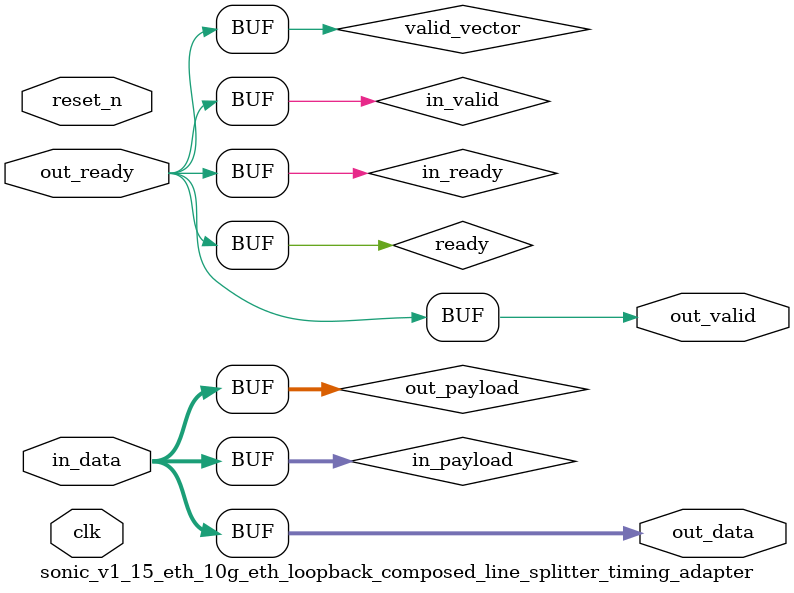
<source format=v>

`timescale 1ns / 100ps
module sonic_v1_15_eth_10g_eth_loopback_composed_line_splitter_timing_adapter (
    
      // Interface: clk
      input              clk,
      // Interface: reset
      input              reset_n,
      // Interface: in
      input      [71: 0] in_data,
      // Interface: out
      output reg [71: 0] out_data,
      input              out_ready,
      output reg         out_valid
);




   // ---------------------------------------------------------------------
   //| Signal Declarations
   // ---------------------------------------------------------------------

   reg  [71: 0] in_payload;
   reg  [71: 0] out_payload;
   reg  [ 0: 0] ready;
   reg          in_ready;
   // synthesis translate_off
   always @(negedge in_ready) begin
      $display("%m: The downstream component is backpressuring by deasserting ready, but the upstream component can't be backpressured.");
   end
   // synthesis translate_on   
   reg          in_valid;
   reg  [ 0: 0] valid_vector;


   // ---------------------------------------------------------------------
   //| Payload Mapping
   // ---------------------------------------------------------------------
   always @* begin
     in_payload = {in_data};
     {out_data} = out_payload;
   end

   // ---------------------------------------------------------------------
   //| Ready & valid signals.
   // ---------------------------------------------------------------------
   always @* begin
     ready[0] = out_ready;
     out_valid = in_valid;
     out_payload = in_payload;
     in_ready = ready[0];
   end



   // ---------------------------------------------------------------------
   //| Input Valid Generation
   // ---------------------------------------------------------------------
   always @* begin
      valid_vector[0] = in_ready;
      in_valid        = valid_vector[0];
   end


endmodule


</source>
